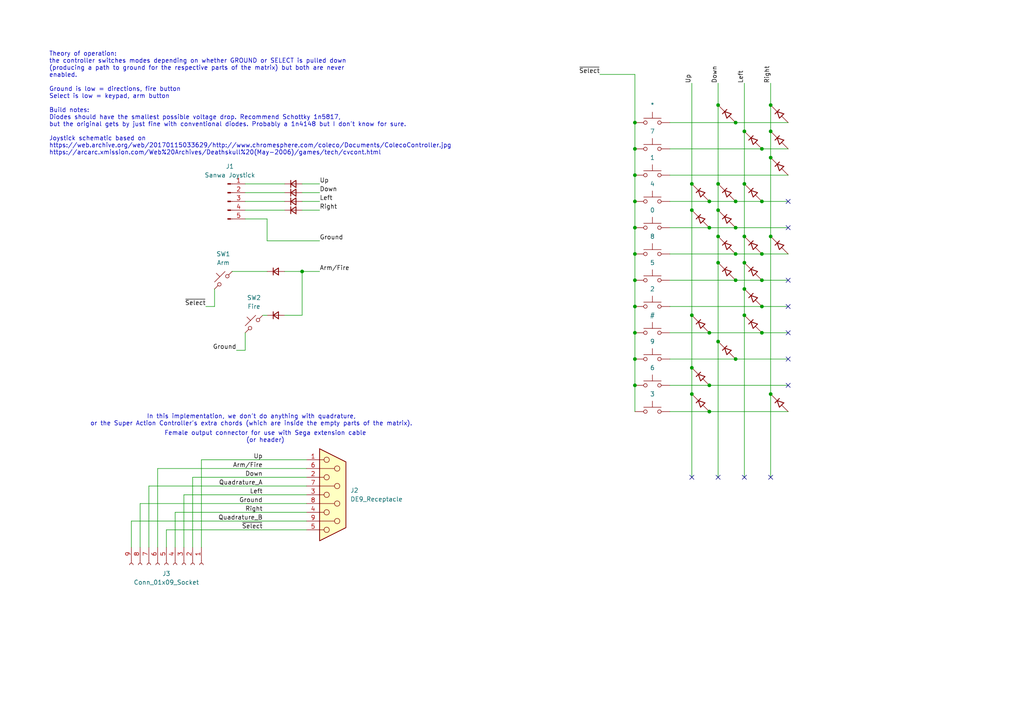
<source format=kicad_sch>
(kicad_sch (version 20231120) (generator "eeschema") (generator_version "8.0")
  (paper "A4")
  (lib_symbols
    (symbol "Connector:Conn_01x05_Pin" (pin_names (offset 1.016) hide)
      (property "Reference" "J" (at 0 7.62 0))
      (property "Value" "Conn_01x05_Pin" (at 0 -7.62 0))
      (symbol "Conn_01x05_Pin_1_1"
        (polyline (pts (xy 1.27 -5.08) (xy 0.8636 -5.08)) (stroke (width 0.1524)))
        (polyline (pts (xy 1.27 -2.54) (xy 0.8636 -2.54)) (stroke (width 0.1524)))
        (polyline (pts (xy 1.27 0) (xy 0.8636 0)) (stroke (width 0.1524)))
        (polyline (pts (xy 1.27 2.54) (xy 0.8636 2.54)) (stroke (width 0.1524)))
        (polyline (pts (xy 1.27 5.08) (xy 0.8636 5.08)) (stroke (width 0.1524)))
        (rectangle (start 0.8636 -4.953) (end 0 -5.207) (stroke (width 0.1524)) (fill (type outline)))
        (rectangle (start 0.8636 -2.413) (end 0 -2.667) (stroke (width 0.1524)) (fill (type outline)))
        (rectangle (start 0.8636 0.127) (end 0 -0.127) (stroke (width 0.1524)) (fill (type outline)))
        (rectangle (start 0.8636 2.667) (end 0 2.413) (stroke (width 0.1524)) (fill (type outline)))
        (rectangle (start 0.8636 5.207) (end 0 4.953) (stroke (width 0.1524)) (fill (type outline)))
        (pin passive line (at 5.08 5.08 180) (length 3.81) (name "Pin_1") (number "1"))
        (pin passive line (at 5.08 2.54 180) (length 3.81) (name "Pin_2") (number "2"))
        (pin passive line (at 5.08 0 180) (length 3.81) (name "Pin_3") (number "3"))
        (pin passive line (at 5.08 -2.54 180) (length 3.81) (name "Pin_4") (number "4"))
        (pin passive line (at 5.08 -5.08 180) (length 3.81) (name "Pin_5") (number "5"))
      )
    )
    (symbol "Connector:Conn_01x09_Socket" (pin_names (offset 1.016) hide)
      (property "Reference" "J" (at 0 12.7 0))
      (property "Value" "Conn_01x09_Socket" (at 0 -12.7 0))
      (symbol "Conn_01x09_Socket_1_1"
        (arc (start 0 -9.652) (mid -0.5058 -10.16) (end 0 -10.668) (stroke (width 0.1524)))
        (arc (start 0 -7.112) (mid -0.5058 -7.62) (end 0 -8.128) (stroke (width 0.1524)))
        (arc (start 0 -4.572) (mid -0.5058 -5.08) (end 0 -5.588) (stroke (width 0.1524)))
        (arc (start 0 -2.032) (mid -0.5058 -2.54) (end 0 -3.048) (stroke (width 0.1524)))
        (polyline (pts (xy -1.27 -10.16) (xy -0.508 -10.16)) (stroke (width 0.1524)))
        (polyline (pts (xy -1.27 -7.62) (xy -0.508 -7.62)) (stroke (width 0.1524)))
        (polyline (pts (xy -1.27 -5.08) (xy -0.508 -5.08)) (stroke (width 0.1524)))
        (polyline (pts (xy -1.27 -2.54) (xy -0.508 -2.54)) (stroke (width 0.1524)))
        (polyline (pts (xy -1.27 0) (xy -0.508 0)) (stroke (width 0.1524)))
        (polyline (pts (xy -1.27 2.54) (xy -0.508 2.54)) (stroke (width 0.1524)))
        (polyline (pts (xy -1.27 5.08) (xy -0.508 5.08)) (stroke (width 0.1524)))
        (polyline (pts (xy -1.27 7.62) (xy -0.508 7.62)) (stroke (width 0.1524)))
        (polyline (pts (xy -1.27 10.16) (xy -0.508 10.16)) (stroke (width 0.1524)))
        (arc (start 0 0.508) (mid -0.5058 0) (end 0 -0.508) (stroke (width 0.1524)))
        (arc (start 0 3.048) (mid -0.5058 2.54) (end 0 2.032) (stroke (width 0.1524)))
        (arc (start 0 5.588) (mid -0.5058 5.08) (end 0 4.572) (stroke (width 0.1524)))
        (arc (start 0 8.128) (mid -0.5058 7.62) (end 0 7.112) (stroke (width 0.1524)))
        (arc (start 0 10.668) (mid -0.5058 10.16) (end 0 9.652) (stroke (width 0.1524)))
        (pin passive line (at -5.08 10.16 0) (length 3.81) (name "Pin_1") (number "1"))
        (pin passive line (at -5.08 7.62 0) (length 3.81) (name "Pin_2") (number "2"))
        (pin passive line (at -5.08 5.08 0) (length 3.81) (name "Pin_3") (number "3"))
        (pin passive line (at -5.08 2.54 0) (length 3.81) (name "Pin_4") (number "4"))
        (pin passive line (at -5.08 0 0) (length 3.81) (name "Pin_5") (number "5"))
        (pin passive line (at -5.08 -2.54 0) (length 3.81) (name "Pin_6") (number "6"))
        (pin passive line (at -5.08 -5.08 0) (length 3.81) (name "Pin_7") (number "7"))
        (pin passive line (at -5.08 -7.62 0) (length 3.81) (name "Pin_8") (number "8"))
        (pin passive line (at -5.08 -10.16 0) (length 3.81) (name "Pin_9") (number "9"))
      )
    )
    (symbol "Connector:DE9_Receptacle" (pin_names (offset 1.016) hide)
      (property "Reference" "J" (at 0 13.97 0))
      (property "Value" "DE9_Receptacle" (at 0 -14.605 0))
      (symbol "DE9_Receptacle_0_1"
        (circle (center -1.778 -10.16) (radius 0.762))
        (circle (center -1.778 -5.08) (radius 0.762))
        (circle (center -1.778 0) (radius 0.762))
        (circle (center -1.778 5.08) (radius 0.762))
        (circle (center -1.778 10.16) (radius 0.762))
        (polyline (pts (xy -3.81 -10.16) (xy -2.54 -10.16)))
        (polyline (pts (xy -3.81 -7.62) (xy 0.508 -7.62)))
        (polyline (pts (xy -3.81 -5.08) (xy -2.54 -5.08)))
        (polyline (pts (xy -3.81 -2.54) (xy 0.508 -2.54)))
        (polyline (pts (xy -3.81 0) (xy -2.54 0)))
        (polyline (pts (xy -3.81 2.54) (xy 0.508 2.54)))
        (polyline (pts (xy -3.81 5.08) (xy -2.54 5.08)))
        (polyline (pts (xy -3.81 7.62) (xy 0.508 7.62)))
        (polyline (pts (xy -3.81 10.16) (xy -2.54 10.16)))
        (polyline (pts (xy -3.81 13.335) (xy -3.81 -13.335) (xy 3.81 -9.525) (xy 3.81 9.525) (xy -3.81 13.335)) (stroke (width 0.254)) (fill (type background)))
        (circle (center 1.27 -7.62) (radius 0.762))
        (circle (center 1.27 -2.54) (radius 0.762))
        (circle (center 1.27 2.54) (radius 0.762))
        (circle (center 1.27 7.62) (radius 0.762))
      )
      (symbol "DE9_Receptacle_1_1"
        (pin passive line (at -7.62 10.16 0) (length 3.81) (name "1") (number "1"))
        (pin passive line (at -7.62 5.08 0) (length 3.81) (name "2") (number "2"))
        (pin passive line (at -7.62 0 0) (length 3.81) (name "3") (number "3"))
        (pin passive line (at -7.62 -5.08 0) (length 3.81) (name "4") (number "4"))
        (pin passive line (at -7.62 -10.16 0) (length 3.81) (name "5") (number "5"))
        (pin passive line (at -7.62 7.62 0) (length 3.81) (name "6") (number "6"))
        (pin passive line (at -7.62 2.54 0) (length 3.81) (name "7") (number "7"))
        (pin passive line (at -7.62 -2.54 0) (length 3.81) (name "8") (number "8"))
        (pin passive line (at -7.62 -7.62 0) (length 3.81) (name "9") (number "9"))
      )
    )
    (symbol "Device:D_45deg" (pin_numbers hide) (pin_names (offset 0) hide)
      (property "Reference" "D" (at 1.27 2.54 0))
      (property "Value" "D_45deg" (at 1.27 0 0))
      (symbol "D_45deg_0_1"
        (polyline (pts (xy -0.635 0.635) (xy -2.54 2.54)))
        (polyline (pts (xy 0 -1.27) (xy 1.27 0)) (stroke (width 0.254)))
        (polyline (pts (xy 2.54 -2.54) (xy 0.635 -0.635)))
        (polyline (pts (xy -1.27 0) (xy 0 1.27) (xy 0.635 -0.635) (xy -1.27 0)) (stroke (width 0.254)))
      )
      (symbol "D_45deg_1_1"
        (pin passive line (at 2.54 -2.54 180) (length 0) (name "K") (number "1"))
        (pin passive line (at -2.54 2.54 0) (length 0) (name "A") (number "2"))
      )
    )
    (symbol "Device:D_Small" (pin_numbers hide) (pin_names (offset 0.254) hide)
      (property "Reference" "D" (at -1.27 2.032 0))
      (property "Value" "D_Small" (at -3.81 -2.032 0))
      (symbol "D_Small_0_1"
        (polyline (pts (xy -0.762 -1.016) (xy -0.762 1.016)) (stroke (width 0.254)))
        (polyline (pts (xy -0.762 0) (xy 0.762 0)))
        (polyline (pts (xy 0.762 -1.016) (xy -0.762 0) (xy 0.762 1.016) (xy 0.762 -1.016)) (stroke (width 0.254)))
      )
      (symbol "D_Small_1_1"
        (pin passive line (at -2.54 0 0) (length 1.778) (name "K") (number "1"))
        (pin passive line (at 2.54 0 180) (length 1.778) (name "A") (number "2"))
      )
    )
    (symbol "Switch:SW_Push" (pin_numbers hide) (pin_names (offset 1.016) hide)
      (property "Reference" "SW" (at 1.27 2.54 0))
      (property "Value" "SW_Push" (at 0 -1.524 0))
      (symbol "SW_Push_0_1"
        (circle (center -2.032 0) (radius 0.508))
        (polyline (pts (xy 0 1.27) (xy 0 3.048)))
        (polyline (pts (xy 2.54 1.27) (xy -2.54 1.27)))
        (circle (center 2.032 0) (radius 0.508))
        (pin passive line (at -5.08 0 0) (length 2.54) (name "1") (number "1"))
        (pin passive line (at 5.08 0 180) (length 2.54) (name "2") (number "2"))
      )
    )
    (symbol "Switch:SW_Push_45deg" (pin_numbers hide) (pin_names (offset 1.016) hide)
      (property "Reference" "SW" (at 3.048 1.016 0))
      (property "Value" "SW_Push_45deg" (at 0 -3.81 0))
      (symbol "SW_Push_45deg_0_1"
        (circle (center -1.1684 1.1684) (radius 0.508))
        (polyline (pts (xy -0.508 2.54) (xy 2.54 -0.508)))
        (polyline (pts (xy 1.016 1.016) (xy 2.032 2.032)))
        (polyline (pts (xy -2.54 2.54) (xy -1.524 1.524) (xy -1.524 1.524)))
        (polyline (pts (xy 1.524 -1.524) (xy 2.54 -2.54) (xy 2.54 -2.54) (xy 2.54 -2.54)))
        (circle (center 1.143 -1.1938) (radius 0.508))
        (pin passive line (at -2.54 2.54 0) (length 0) (name "1") (number "1"))
        (pin passive line (at 2.54 -2.54 180) (length 0) (name "2") (number "2"))
      )
    )
  )
  (junction (at 184.15 35.56))
  (junction (at 184.15 50.8))
  (junction (at 205.74 119.38))
  (junction (at 184.15 43.18))
  (junction (at 215.9 68.58))
  (junction (at 220.98 88.9))
  (junction (at 223.52 45.72))
  (junction (at 184.15 111.76))
  (junction (at 208.28 60.96))
  (junction (at 215.9 38.1))
  (junction (at 87.63 78.74))
  (junction (at 223.52 114.3))
  (junction (at 215.9 76.2))
  (junction (at 220.98 58.42))
  (junction (at 223.52 38.1))
  (junction (at 220.98 96.52))
  (junction (at 184.15 58.42))
  (junction (at 184.15 96.52))
  (junction (at 213.36 35.56))
  (junction (at 200.66 53.34))
  (junction (at 205.74 111.76))
  (junction (at 200.66 91.44))
  (junction (at 200.66 114.3))
  (junction (at 184.15 88.9))
  (junction (at 213.36 58.42))
  (junction (at 215.9 83.82))
  (junction (at 184.15 66.04))
  (junction (at 208.28 76.2))
  (junction (at 223.52 30.48))
  (junction (at 205.74 58.42))
  (junction (at 213.36 66.04))
  (junction (at 215.9 53.34))
  (junction (at 215.9 91.44))
  (junction (at 208.28 68.58))
  (junction (at 220.98 43.18))
  (junction (at 223.52 68.58))
  (junction (at 184.15 73.66))
  (junction (at 184.15 104.14))
  (junction (at 184.15 81.28))
  (junction (at 208.28 99.06))
  (junction (at 208.28 53.34))
  (junction (at 208.28 30.48))
  (junction (at 213.36 81.28))
  (junction (at 200.66 60.96))
  (junction (at 220.98 73.66))
  (junction (at 205.74 66.04))
  (junction (at 213.36 104.14))
  (junction (at 205.74 96.52))
  (junction (at 200.66 106.68))
  (junction (at 213.36 73.66))
  (junction (at 220.98 81.28))
  (no_connect (at 228.6 96.52))
  (no_connect (at 228.6 66.04))
  (no_connect (at 228.6 81.28))
  (no_connect (at 208.28 138.43))
  (no_connect (at 228.6 88.9))
  (no_connect (at 228.6 111.76))
  (no_connect (at 200.66 138.43))
  (no_connect (at 228.6 104.14))
  (no_connect (at 228.6 58.42))
  (no_connect (at 223.52 138.43))
  (no_connect (at 215.9 138.43))
  (wire (pts (xy 77.47 69.85) (xy 77.47 63.5)))
  (wire (pts (xy 87.63 60.96) (xy 92.71 60.96)))
  (wire (pts (xy 55.88 138.43) (xy 55.88 158.75)))
  (wire (pts (xy 184.15 21.59) (xy 184.15 35.56)))
  (wire (pts (xy 200.66 24.13) (xy 200.66 53.34)))
  (wire (pts (xy 58.42 133.35) (xy 58.42 158.75)))
  (wire (pts (xy 208.28 68.58) (xy 208.28 76.2)))
  (wire (pts (xy 194.31 58.42) (xy 205.74 58.42)))
  (wire (pts (xy 213.36 66.04) (xy 228.6 66.04)))
  (wire (pts (xy 213.36 73.66) (xy 220.98 73.66)))
  (wire (pts (xy 55.88 138.43) (xy 88.9 138.43)))
  (wire (pts (xy 88.9 151.13) (xy 38.1 151.13)))
  (wire (pts (xy 194.31 88.9) (xy 220.98 88.9)))
  (wire (pts (xy 88.9 140.97) (xy 43.18 140.97)))
  (wire (pts (xy 184.15 43.18) (xy 184.15 50.8)))
  (wire (pts (xy 223.52 38.1) (xy 223.52 45.72)))
  (wire (pts (xy 184.15 73.66) (xy 184.15 81.28)))
  (wire (pts (xy 68.58 101.6) (xy 71.12 101.6)))
  (wire (pts (xy 213.36 58.42) (xy 220.98 58.42)))
  (wire (pts (xy 220.98 43.18) (xy 228.6 43.18)))
  (wire (pts (xy 67.31 78.74) (xy 77.47 78.74)))
  (wire (pts (xy 62.23 88.9) (xy 62.23 83.82)))
  (wire (pts (xy 200.66 53.34) (xy 200.66 60.96)))
  (wire (pts (xy 194.31 119.38) (xy 205.74 119.38)))
  (wire (pts (xy 215.9 24.13) (xy 215.9 38.1)))
  (wire (pts (xy 223.52 24.13) (xy 223.52 30.48)))
  (wire (pts (xy 71.12 53.34) (xy 82.55 53.34)))
  (wire (pts (xy 205.74 96.52) (xy 220.98 96.52)))
  (wire (pts (xy 82.55 78.74) (xy 87.63 78.74)))
  (wire (pts (xy 215.9 91.44) (xy 215.9 138.43)))
  (wire (pts (xy 205.74 66.04) (xy 213.36 66.04)))
  (wire (pts (xy 208.28 53.34) (xy 208.28 60.96)))
  (wire (pts (xy 184.15 111.76) (xy 184.15 119.38)))
  (wire (pts (xy 38.1 151.13) (xy 38.1 158.75)))
  (wire (pts (xy 77.47 63.5) (xy 71.12 63.5)))
  (wire (pts (xy 76.2 91.44) (xy 77.47 91.44)))
  (wire (pts (xy 200.66 91.44) (xy 200.66 106.68)))
  (wire (pts (xy 40.64 146.05) (xy 40.64 158.75)))
  (wire (pts (xy 208.28 24.13) (xy 208.28 30.48)))
  (wire (pts (xy 215.9 38.1) (xy 215.9 53.34)))
  (wire (pts (xy 173.99 21.59) (xy 184.15 21.59)))
  (wire (pts (xy 194.31 35.56) (xy 213.36 35.56)))
  (wire (pts (xy 223.52 114.3) (xy 223.52 138.43)))
  (wire (pts (xy 40.64 146.05) (xy 88.9 146.05)))
  (wire (pts (xy 48.26 153.67) (xy 88.9 153.67)))
  (wire (pts (xy 200.66 60.96) (xy 200.66 91.44)))
  (wire (pts (xy 82.55 91.44) (xy 87.63 91.44)))
  (wire (pts (xy 184.15 35.56) (xy 184.15 43.18)))
  (wire (pts (xy 200.66 106.68) (xy 200.66 114.3)))
  (wire (pts (xy 71.12 60.96) (xy 82.55 60.96)))
  (wire (pts (xy 184.15 104.14) (xy 184.15 111.76)))
  (wire (pts (xy 53.34 143.51) (xy 88.9 143.51)))
  (wire (pts (xy 194.31 81.28) (xy 213.36 81.28)))
  (wire (pts (xy 220.98 88.9) (xy 228.6 88.9)))
  (wire (pts (xy 220.98 96.52) (xy 228.6 96.52)))
  (wire (pts (xy 50.8 148.59) (xy 88.9 148.59)))
  (wire (pts (xy 53.34 143.51) (xy 53.34 158.75)))
  (wire (pts (xy 223.52 45.72) (xy 223.52 68.58)))
  (wire (pts (xy 208.28 76.2) (xy 208.28 99.06)))
  (wire (pts (xy 213.36 35.56) (xy 228.6 35.56)))
  (wire (pts (xy 184.15 50.8) (xy 184.15 58.42)))
  (wire (pts (xy 208.28 30.48) (xy 208.28 53.34)))
  (wire (pts (xy 194.31 104.14) (xy 213.36 104.14)))
  (wire (pts (xy 71.12 55.88) (xy 82.55 55.88)))
  (wire (pts (xy 194.31 50.8) (xy 228.6 50.8)))
  (wire (pts (xy 184.15 88.9) (xy 184.15 96.52)))
  (wire (pts (xy 200.66 114.3) (xy 200.66 138.43)))
  (wire (pts (xy 205.74 58.42) (xy 213.36 58.42)))
  (wire (pts (xy 45.72 135.89) (xy 88.9 135.89)))
  (wire (pts (xy 71.12 58.42) (xy 82.55 58.42)))
  (wire (pts (xy 48.26 153.67) (xy 48.26 158.75)))
  (wire (pts (xy 208.28 99.06) (xy 208.28 138.43)))
  (wire (pts (xy 184.15 58.42) (xy 184.15 66.04)))
  (wire (pts (xy 215.9 76.2) (xy 215.9 83.82)))
  (wire (pts (xy 71.12 101.6) (xy 71.12 96.52)))
  (wire (pts (xy 205.74 119.38) (xy 228.6 119.38)))
  (wire (pts (xy 213.36 104.14) (xy 228.6 104.14)))
  (wire (pts (xy 87.63 58.42) (xy 92.71 58.42)))
  (wire (pts (xy 87.63 53.34) (xy 92.71 53.34)))
  (wire (pts (xy 194.31 73.66) (xy 213.36 73.66)))
  (wire (pts (xy 223.52 30.48) (xy 223.52 38.1)))
  (wire (pts (xy 194.31 43.18) (xy 220.98 43.18)))
  (wire (pts (xy 215.9 83.82) (xy 215.9 91.44)))
  (wire (pts (xy 215.9 53.34) (xy 215.9 68.58)))
  (wire (pts (xy 45.72 135.89) (xy 45.72 158.75)))
  (wire (pts (xy 223.52 68.58) (xy 223.52 114.3)))
  (wire (pts (xy 215.9 68.58) (xy 215.9 76.2)))
  (wire (pts (xy 77.47 69.85) (xy 92.71 69.85)))
  (wire (pts (xy 205.74 111.76) (xy 228.6 111.76)))
  (wire (pts (xy 184.15 66.04) (xy 184.15 73.66)))
  (wire (pts (xy 208.28 60.96) (xy 208.28 68.58)))
  (wire (pts (xy 194.31 111.76) (xy 205.74 111.76)))
  (wire (pts (xy 213.36 81.28) (xy 220.98 81.28)))
  (wire (pts (xy 194.31 96.52) (xy 205.74 96.52)))
  (wire (pts (xy 184.15 81.28) (xy 184.15 88.9)))
  (wire (pts (xy 220.98 81.28) (xy 228.6 81.28)))
  (wire (pts (xy 220.98 73.66) (xy 228.6 73.66)))
  (wire (pts (xy 59.69 88.9) (xy 62.23 88.9)))
  (wire (pts (xy 220.98 58.42) (xy 228.6 58.42)))
  (wire (pts (xy 87.63 91.44) (xy 87.63 78.74)))
  (wire (pts (xy 184.15 96.52) (xy 184.15 104.14)))
  (wire (pts (xy 87.63 55.88) (xy 92.71 55.88)))
  (wire (pts (xy 194.31 66.04) (xy 205.74 66.04)))
  (wire (pts (xy 87.63 78.74) (xy 92.71 78.74)))
  (wire (pts (xy 43.18 140.97) (xy 43.18 158.75)))
  (wire (pts (xy 58.42 133.35) (xy 88.9 133.35)))
  (wire (pts (xy 50.8 148.59) (xy 50.8 158.75)))
  (text "Theory of operation:\nthe controller switches modes depending on whether GROUND or SELECT is pulled down\n(producing a path to ground for the respective parts of the matrix) but both are never\nenabled.\n\nGround is low = directions, fire button\nSelect is low = keypad, arm button\n\nBuild notes:\nDiodes should have the smallest possible voltage drop. Recommend Schottky 1n5817,\nbut the original gets by just fine with conventional diodes. Probably a 1n4148 but I don't know for sure.\n\nJoystick schematic based on \nhttps://web.archive.org/web/20170115033629/http://www.chromesphere.com/coleco/Documents/ColecoController.jpg\nhttps://arcarc.xmission.com/Web%20Archives/Deathskull%20(May-2006)/games/tech/cvcont.html" (at 14.224 14.986 0) (effects (font (size 1.27 1.27)) (justify left top)))
  (text "Female output connector for use with Sega extension cable\n(or header)" (at 76.962 126.746 0) (effects (font (size 1.27 1.27))))
  (text "In this implementation, we don't do anything with quadrature,\nor the Super Action Controller's extra chords (which are inside the empty parts of the matrix)." (at 72.898 121.92 0) (effects (font (size 1.27 1.27))))
  (label "Down" (at 76.2 138.43 180))
  (label "Up" (at 200.66 24.13 90))
  (label "Ground" (at 76.2 146.05 180))
  (label "~{Select}" (at 173.99 21.59 180))
  (label "Up" (at 92.71 53.34 0))
  (label "Left" (at 215.9 24.13 90))
  (label "~{Select}" (at 59.69 88.9 180))
  (label "Left" (at 76.2 143.51 180))
  (label "Left" (at 92.71 58.42 0))
  (label "Quadrature_A" (at 76.2 140.97 180))
  (label "Arm{slash}Fire" (at 92.71 78.74 0))
  (label "Ground" (at 68.58 101.6 180))
  (label "Down" (at 92.71 55.88 0))
  (label "Arm{slash}Fire" (at 76.2 135.89 180))
  (label "Right" (at 76.2 148.59 180))
  (label "Down" (at 208.28 24.13 90))
  (label "Quadrature_B" (at 76.2 151.13 180))
  (label "Right" (at 92.71 60.96 0))
  (label "~{Select}" (at 76.2 153.67 180))
  (label "Up" (at 76.2 133.35 180))
  (label "Ground" (at 92.71 69.85 0))
  (label "Right" (at 223.52 24.13 90))
  (symbol (lib_id "Device:D_45deg") (at 210.82 55.88 180) (unit 1)
    (property "Reference" "D13" (effects (hide yes)))
    (property "Value" "D_45deg" (effects (hide yes)))
    (property "Footprint" "Diode_THT:D_DO-41_SOD81_P10.16mm_Horizontal" (effects (hide yes)))
    (property "Description" "Diode, rotated by 45°" (effects (hide yes)))
    (property "Sim.Device" "D" (effects (hide yes)))
    (property "Sim.Pins" "1=K 2=A" (effects (hide yes)))
  )
  (symbol (lib_id "Device:D_45deg") (at 218.44 93.98 180) (unit 1)
    (property "Reference" "D24" (effects (hide yes)))
    (property "Value" "D_45deg" (effects (hide yes)))
    (property "Footprint" "Diode_THT:D_DO-41_SOD81_P10.16mm_Horizontal" (effects (hide yes)))
    (property "Description" "Diode, rotated by 45°" (effects (hide yes)))
    (property "Sim.Device" "D" (effects (hide yes)))
    (property "Sim.Pins" "1=K 2=A" (effects (hide yes)))
  )
  (symbol (lib_id "Device:D_Small") (at 85.09 58.42 0) (unit 1)
    (property "Reference" "D3" (effects (hide yes)))
    (property "Value" "D_Small" (effects (hide yes)))
    (property "Footprint" "Diode_THT:D_DO-41_SOD81_P10.16mm_Horizontal" (effects (hide yes)))
    (property "Description" "Diode, small symbol" (effects (hide yes)))
    (property "Sim.Device" "D" (effects (hide yes)))
    (property "Sim.Pins" "1=K 2=A" (effects (hide yes)))
  )
  (symbol (lib_id "Device:D_45deg") (at 210.82 63.5 180) (unit 1)
    (property "Reference" "D16" (effects (hide yes)))
    (property "Value" "D_45deg" (effects (hide yes)))
    (property "Footprint" "Diode_THT:D_DO-41_SOD81_P10.16mm_Horizontal" (effects (hide yes)))
    (property "Description" "Diode, rotated by 45°" (effects (hide yes)))
    (property "Sim.Device" "D" (effects (hide yes)))
    (property "Sim.Pins" "1=K 2=A" (effects (hide yes)))
  )
  (symbol (lib_id "Device:D_45deg") (at 226.06 71.12 180) (unit 1)
    (property "Reference" "D19" (effects (hide yes)))
    (property "Value" "D_45deg" (effects (hide yes)))
    (property "Footprint" "Diode_THT:D_DO-41_SOD81_P10.16mm_Horizontal" (effects (hide yes)))
    (property "Description" "Diode, rotated by 45°" (effects (hide yes)))
    (property "Sim.Device" "D" (effects (hide yes)))
    (property "Sim.Pins" "1=K 2=A" (effects (hide yes)))
  )
  (symbol (lib_id "Device:D_45deg") (at 226.06 40.64 180) (unit 1)
    (property "Reference" "D10" (effects (hide yes)))
    (property "Value" "D_45deg" (effects (hide yes)))
    (property "Footprint" "Diode_THT:D_DO-41_SOD81_P10.16mm_Horizontal" (effects (hide yes)))
    (property "Description" "Diode, rotated by 45°" (effects (hide yes)))
    (property "Sim.Device" "D" (effects (hide yes)))
    (property "Sim.Pins" "1=K 2=A" (effects (hide yes)))
  )
  (symbol (lib_id "Device:D_45deg") (at 226.06 33.02 180) (unit 1)
    (property "Reference" "D8" (effects (hide yes)))
    (property "Value" "D_45deg" (effects (hide yes)))
    (property "Footprint" "Diode_THT:D_DO-41_SOD81_P10.16mm_Horizontal" (effects (hide yes)))
    (property "Description" "Diode, rotated by 45°" (effects (hide yes)))
    (property "Sim.Device" "D" (effects (hide yes)))
    (property "Sim.Pins" "1=K 2=A" (effects (hide yes)))
  )
  (symbol (lib_id "Device:D_Small") (at 85.09 55.88 0) (unit 1)
    (property "Reference" "D2" (effects (hide yes)))
    (property "Value" "D_Small" (effects (hide yes)))
    (property "Footprint" "Diode_THT:D_DO-41_SOD81_P10.16mm_Horizontal" (effects (hide yes)))
    (property "Description" "Diode, small symbol" (effects (hide yes)))
    (property "Sim.Device" "D" (effects (hide yes)))
    (property "Sim.Pins" "1=K 2=A" (effects (hide yes)))
  )
  (symbol (lib_id "Device:D_45deg") (at 218.44 78.74 180) (unit 1)
    (property "Reference" "D21" (effects (hide yes)))
    (property "Value" "D_45deg" (effects (hide yes)))
    (property "Footprint" "Diode_THT:D_DO-41_SOD81_P10.16mm_Horizontal" (effects (hide yes)))
    (property "Description" "Diode, rotated by 45°" (effects (hide yes)))
    (property "Sim.Device" "D" (effects (hide yes)))
    (property "Sim.Pins" "1=K 2=A" (effects (hide yes)))
  )
  (symbol (lib_id "Device:D_45deg") (at 210.82 33.02 180) (unit 1)
    (property "Reference" "D7" (effects (hide yes)))
    (property "Value" "D_45deg" (effects (hide yes)))
    (property "Footprint" "Diode_THT:D_DO-41_SOD81_P10.16mm_Horizontal" (effects (hide yes)))
    (property "Description" "Diode, rotated by 45°" (effects (hide yes)))
    (property "Sim.Device" "D" (effects (hide yes)))
    (property "Sim.Pins" "1=K 2=A" (effects (hide yes)))
  )
  (symbol (lib_id "Switch:SW_Push_45deg") (at 73.66 93.98 0) (mirror y) (unit 1)
    (property "Reference" "SW2" (at 73.66 86.36 0))
    (property "Value" "Fire" (at 73.66 88.9 0))
    (property "Footprint" "Connector_PinHeader_2.54mm:PinHeader_1x02_P2.54mm_Vertical" (effects (hide yes)))
    (property "Description" "Push button switch, normally open, two pins, 45° tilted" (effects (hide yes)))
  )
  (symbol (lib_id "Switch:SW_Push") (at 189.23 81.28 0) (unit 1)
    (property "Reference" "SW9" (effects (hide yes)))
    (property "Value" "5" (at 189.23 76.2 0))
    (property "Footprint" "Connector_PinHeader_2.54mm:PinHeader_1x02_P2.54mm_Vertical" (effects (hide yes)))
    (property "Description" "Push button switch, generic, two pins" (effects (hide yes)))
  )
  (symbol (lib_id "Switch:SW_Push") (at 189.23 73.66 0) (unit 1)
    (property "Reference" "SW8" (effects (hide yes)))
    (property "Value" "8" (at 189.23 68.58 0))
    (property "Footprint" "Connector_PinHeader_2.54mm:PinHeader_1x02_P2.54mm_Vertical" (effects (hide yes)))
    (property "Description" "Push button switch, generic, two pins" (effects (hide yes)))
  )
  (symbol (lib_id "Connector:Conn_01x05_Pin") (at 66.04 58.42 0) (unit 1)
    (property "Reference" "J1" (at 66.675 48.26 0))
    (property "Value" "Sanwa Joystick" (at 66.675 50.8 0))
    (property "Footprint" "Connector_PinHeader_2.54mm:PinHeader_1x05_P2.54mm_Vertical" (effects (hide yes)))
    (property "Description" "Generic connector, single row, 01x05, script generated" (effects (hide yes)))
  )
  (symbol (lib_id "Device:D_45deg") (at 218.44 40.64 180) (unit 1)
    (property "Reference" "D9" (effects (hide yes)))
    (property "Value" "D_45deg" (effects (hide yes)))
    (property "Footprint" "Diode_THT:D_DO-41_SOD81_P10.16mm_Horizontal" (effects (hide yes)))
    (property "Description" "Diode, rotated by 45°" (effects (hide yes)))
    (property "Sim.Device" "D" (effects (hide yes)))
    (property "Sim.Pins" "1=K 2=A" (effects (hide yes)))
  )
  (symbol (lib_id "Switch:SW_Push") (at 189.23 119.38 0) (unit 1)
    (property "Reference" "SW14" (effects (hide yes)))
    (property "Value" "3" (at 189.23 114.3 0))
    (property "Footprint" "Connector_PinHeader_2.54mm:PinHeader_1x02_P2.54mm_Vertical" (effects (hide yes)))
    (property "Description" "Push button switch, generic, two pins" (effects (hide yes)))
  )
  (symbol (lib_id "Switch:SW_Push") (at 189.23 96.52 0) (unit 1)
    (property "Reference" "SW11" (effects (hide yes)))
    (property "Value" "#" (at 189.23 91.44 0))
    (property "Footprint" "Connector_PinHeader_2.54mm:PinHeader_1x02_P2.54mm_Vertical" (effects (hide yes)))
    (property "Description" "Push button switch, generic, two pins" (effects (hide yes)))
  )
  (symbol (lib_id "Connector:DE9_Receptacle") (at 96.52 143.51 0) (unit 1)
    (property "Reference" "J2" (at 101.6 142.2399 0) (effects (justify left)))
    (property "Value" "DE9_Receptacle" (at 101.6 144.7799 0) (effects (justify left)))
    (property "Footprint" "Connector_Dsub:DSUB-9_Female_Horizontal_P2.77x2.84mm_EdgePinOffset7.70mm_Housed_MountingHolesOffset9.12mm" (effects (hide yes)))
    (property "Description" "9-pin female receptacle socket D-SUB connector" (effects (hide yes)))
  )
  (symbol (lib_id "Device:D_Small") (at 80.01 78.74 0) (unit 1)
    (property "Reference" "D5" (effects (hide yes)))
    (property "Value" "D_Small" (effects (hide yes)))
    (property "Footprint" "Diode_THT:D_DO-41_SOD81_P10.16mm_Horizontal" (effects (hide yes)))
    (property "Description" "Diode, small symbol" (effects (hide yes)))
    (property "Sim.Device" "D" (effects (hide yes)))
    (property "Sim.Pins" "1=K 2=A" (effects (hide yes)))
  )
  (symbol (lib_id "Device:D_45deg") (at 203.2 109.22 180) (unit 1)
    (property "Reference" "D26" (effects (hide yes)))
    (property "Value" "D_45deg" (effects (hide yes)))
    (property "Footprint" "Diode_THT:D_DO-41_SOD81_P10.16mm_Horizontal" (effects (hide yes)))
    (property "Description" "Diode, rotated by 45°" (effects (hide yes)))
    (property "Sim.Device" "D" (effects (hide yes)))
    (property "Sim.Pins" "1=K 2=A" (effects (hide yes)))
  )
  (symbol (lib_id "Device:D_45deg") (at 226.06 116.84 180) (unit 1)
    (property "Reference" "D28" (effects (hide yes)))
    (property "Value" "D_45deg" (effects (hide yes)))
    (property "Footprint" "Diode_THT:D_DO-41_SOD81_P10.16mm_Horizontal" (effects (hide yes)))
    (property "Description" "Diode, rotated by 45°" (effects (hide yes)))
    (property "Sim.Device" "D" (effects (hide yes)))
    (property "Sim.Pins" "1=K 2=A" (effects (hide yes)))
  )
  (symbol (lib_id "Device:D_45deg") (at 218.44 71.12 180) (unit 1)
    (property "Reference" "D18" (effects (hide yes)))
    (property "Value" "D_45deg" (effects (hide yes)))
    (property "Footprint" "Diode_THT:D_DO-41_SOD81_P10.16mm_Horizontal" (effects (hide yes)))
    (property "Description" "Diode, rotated by 45°" (effects (hide yes)))
    (property "Sim.Device" "D" (effects (hide yes)))
    (property "Sim.Pins" "1=K 2=A" (effects (hide yes)))
  )
  (symbol (lib_id "Connector:Conn_01x09_Socket") (at 48.26 163.83 270) (unit 1)
    (property "Reference" "J3" (at 48.26 166.37 90))
    (property "Value" "Conn_01x09_Socket" (at 48.26 168.91 90))
    (property "Footprint" "Connector_PinHeader_2.54mm:PinHeader_1x09_P2.54mm_Vertical" (effects (hide yes)))
    (property "Description" "Generic connector, single row, 01x09, script generated" (effects (hide yes)))
  )
  (symbol (lib_id "Device:D_45deg") (at 210.82 71.12 180) (unit 1)
    (property "Reference" "D17" (effects (hide yes)))
    (property "Value" "D_45deg" (effects (hide yes)))
    (property "Footprint" "Diode_THT:D_DO-41_SOD81_P10.16mm_Horizontal" (effects (hide yes)))
    (property "Description" "Diode, rotated by 45°" (effects (hide yes)))
    (property "Sim.Device" "D" (effects (hide yes)))
    (property "Sim.Pins" "1=K 2=A" (effects (hide yes)))
  )
  (symbol (lib_id "Device:D_45deg") (at 218.44 86.36 180) (unit 1)
    (property "Reference" "D22" (effects (hide yes)))
    (property "Value" "D_45deg" (effects (hide yes)))
    (property "Footprint" "Diode_THT:D_DO-41_SOD81_P10.16mm_Horizontal" (effects (hide yes)))
    (property "Description" "Diode, rotated by 45°" (effects (hide yes)))
    (property "Sim.Device" "D" (effects (hide yes)))
    (property "Sim.Pins" "1=K 2=A" (effects (hide yes)))
  )
  (symbol (lib_id "Switch:SW_Push") (at 189.23 111.76 0) (unit 1)
    (property "Reference" "SW13" (effects (hide yes)))
    (property "Value" "6" (at 189.23 106.68 0))
    (property "Footprint" "Connector_PinHeader_2.54mm:PinHeader_1x02_P2.54mm_Vertical" (effects (hide yes)))
    (property "Description" "Push button switch, generic, two pins" (effects (hide yes)))
  )
  (symbol (lib_id "Device:D_45deg") (at 218.44 55.88 180) (unit 1)
    (property "Reference" "D14" (effects (hide yes)))
    (property "Value" "D_45deg" (effects (hide yes)))
    (property "Footprint" "Diode_THT:D_DO-41_SOD81_P10.16mm_Horizontal" (effects (hide yes)))
    (property "Description" "Diode, rotated by 45°" (effects (hide yes)))
    (property "Sim.Device" "D" (effects (hide yes)))
    (property "Sim.Pins" "1=K 2=A" (effects (hide yes)))
  )
  (symbol (lib_id "Switch:SW_Push") (at 189.23 58.42 0) (unit 1)
    (property "Reference" "SW6" (effects (hide yes)))
    (property "Value" "4" (at 189.23 53.34 0))
    (property "Footprint" "Connector_PinHeader_2.54mm:PinHeader_1x02_P2.54mm_Vertical" (effects (hide yes)))
    (property "Description" "Push button switch, generic, two pins" (effects (hide yes)))
  )
  (symbol (lib_id "Switch:SW_Push") (at 189.23 66.04 0) (unit 1)
    (property "Reference" "SW7" (effects (hide yes)))
    (property "Value" "0" (at 189.23 60.96 0))
    (property "Footprint" "Connector_PinHeader_2.54mm:PinHeader_1x02_P2.54mm_Vertical" (effects (hide yes)))
    (property "Description" "Push button switch, generic, two pins" (effects (hide yes)))
  )
  (symbol (lib_id "Device:D_45deg") (at 210.82 78.74 180) (unit 1)
    (property "Reference" "D20" (effects (hide yes)))
    (property "Value" "D_45deg" (effects (hide yes)))
    (property "Footprint" "Diode_THT:D_DO-41_SOD81_P10.16mm_Horizontal" (effects (hide yes)))
    (property "Description" "Diode, rotated by 45°" (effects (hide yes)))
    (property "Sim.Device" "D" (effects (hide yes)))
    (property "Sim.Pins" "1=K 2=A" (effects (hide yes)))
  )
  (symbol (lib_id "Device:D_Small") (at 85.09 60.96 0) (unit 1)
    (property "Reference" "D4" (effects (hide yes)))
    (property "Value" "D_Small" (effects (hide yes)))
    (property "Footprint" "Diode_THT:D_DO-41_SOD81_P10.16mm_Horizontal" (effects (hide yes)))
    (property "Description" "Diode, small symbol" (effects (hide yes)))
    (property "Sim.Device" "D" (effects (hide yes)))
    (property "Sim.Pins" "1=K 2=A" (effects (hide yes)))
  )
  (symbol (lib_id "Device:D_45deg") (at 226.06 48.26 180) (unit 1)
    (property "Reference" "D11" (effects (hide yes)))
    (property "Value" "D_45deg" (effects (hide yes)))
    (property "Footprint" "Diode_THT:D_DO-41_SOD81_P10.16mm_Horizontal" (effects (hide yes)))
    (property "Description" "Diode, rotated by 45°" (effects (hide yes)))
    (property "Sim.Device" "D" (effects (hide yes)))
    (property "Sim.Pins" "1=K 2=A" (effects (hide yes)))
  )
  (symbol (lib_id "Switch:SW_Push_45deg") (at 64.77 81.28 0) (mirror y) (unit 1)
    (property "Reference" "SW1" (at 64.77 73.66 0))
    (property "Value" "Arm" (at 64.77 76.2 0))
    (property "Footprint" "Connector_PinHeader_2.54mm:PinHeader_1x02_P2.54mm_Vertical" (effects (hide yes)))
    (property "Description" "Push button switch, normally open, two pins, 45° tilted" (effects (hide yes)))
  )
  (symbol (lib_id "Device:D_45deg") (at 203.2 116.84 180) (unit 1)
    (property "Reference" "D27" (effects (hide yes)))
    (property "Value" "D_45deg" (effects (hide yes)))
    (property "Footprint" "Diode_THT:D_DO-41_SOD81_P10.16mm_Horizontal" (effects (hide yes)))
    (property "Description" "Diode, rotated by 45°" (effects (hide yes)))
    (property "Sim.Device" "D" (effects (hide yes)))
    (property "Sim.Pins" "1=K 2=A" (effects (hide yes)))
  )
  (symbol (lib_id "Device:D_Small") (at 80.01 91.44 0) (unit 1)
    (property "Reference" "D6" (effects (hide yes)))
    (property "Value" "D_Small" (effects (hide yes)))
    (property "Footprint" "Diode_THT:D_DO-41_SOD81_P10.16mm_Horizontal" (effects (hide yes)))
    (property "Description" "Diode, small symbol" (effects (hide yes)))
    (property "Sim.Device" "D" (effects (hide yes)))
    (property "Sim.Pins" "1=K 2=A" (effects (hide yes)))
  )
  (symbol (lib_id "Device:D_Small") (at 85.09 53.34 0) (unit 1)
    (property "Reference" "D1" (effects (hide yes)))
    (property "Value" "D_Small" (effects (hide yes)))
    (property "Footprint" "Diode_THT:D_DO-41_SOD81_P10.16mm_Horizontal" (effects (hide yes)))
    (property "Description" "Diode, small symbol" (effects (hide yes)))
    (property "Sim.Device" "D" (effects (hide yes)))
    (property "Sim.Pins" "1=K 2=A" (effects (hide yes)))
  )
  (symbol (lib_id "Device:D_45deg") (at 210.82 101.6 180) (unit 1)
    (property "Reference" "D25" (effects (hide yes)))
    (property "Value" "D_45deg" (effects (hide yes)))
    (property "Footprint" "Diode_THT:D_DO-41_SOD81_P10.16mm_Horizontal" (effects (hide yes)))
    (property "Description" "Diode, rotated by 45°" (effects (hide yes)))
    (property "Sim.Device" "D" (effects (hide yes)))
    (property "Sim.Pins" "1=K 2=A" (effects (hide yes)))
  )
  (symbol (lib_id "Switch:SW_Push") (at 189.23 43.18 0) (unit 1)
    (property "Reference" "SW4" (effects (hide yes)))
    (property "Value" "7" (at 189.23 38.1 0))
    (property "Footprint" "Connector_PinHeader_2.54mm:PinHeader_1x02_P2.54mm_Vertical" (effects (hide yes)))
    (property "Description" "Push button switch, generic, two pins" (effects (hide yes)))
  )
  (symbol (lib_id "Switch:SW_Push") (at 189.23 88.9 0) (unit 1)
    (property "Reference" "SW10" (effects (hide yes)))
    (property "Value" "2" (at 189.23 83.82 0))
    (property "Footprint" "Connector_PinHeader_2.54mm:PinHeader_1x02_P2.54mm_Vertical" (effects (hide yes)))
    (property "Description" "Push button switch, generic, two pins" (effects (hide yes)))
  )
  (symbol (lib_id "Device:D_45deg") (at 203.2 63.5 180) (unit 1)
    (property "Reference" "D15" (effects (hide yes)))
    (property "Value" "D_45deg" (effects (hide yes)))
    (property "Footprint" "Diode_THT:D_DO-41_SOD81_P10.16mm_Horizontal" (effects (hide yes)))
    (property "Description" "Diode, rotated by 45°" (effects (hide yes)))
    (property "Sim.Device" "D" (effects (hide yes)))
    (property "Sim.Pins" "1=K 2=A" (effects (hide yes)))
  )
  (symbol (lib_id "Device:D_45deg") (at 203.2 93.98 180) (unit 1)
    (property "Reference" "D23" (effects (hide yes)))
    (property "Value" "D_45deg" (effects (hide yes)))
    (property "Footprint" "Diode_THT:D_DO-41_SOD81_P10.16mm_Horizontal" (effects (hide yes)))
    (property "Description" "Diode, rotated by 45°" (effects (hide yes)))
    (property "Sim.Device" "D" (effects (hide yes)))
    (property "Sim.Pins" "1=K 2=A" (effects (hide yes)))
  )
  (symbol (lib_id "Switch:SW_Push") (at 189.23 104.14 0) (unit 1)
    (property "Reference" "SW12" (effects (hide yes)))
    (property "Value" "9" (at 189.23 99.06 0))
    (property "Footprint" "Connector_PinHeader_2.54mm:PinHeader_1x02_P2.54mm_Vertical" (effects (hide yes)))
    (property "Description" "Push button switch, generic, two pins" (effects (hide yes)))
  )
  (symbol (lib_id "Switch:SW_Push") (at 189.23 35.56 0) (unit 1)
    (property "Reference" "SW3" (effects (hide yes)))
    (property "Value" "*" (at 189.23 30.48 0))
    (property "Footprint" "Connector_PinHeader_2.54mm:PinHeader_1x02_P2.54mm_Vertical" (effects (hide yes)))
    (property "Description" "Push button switch, generic, two pins" (effects (hide yes)))
  )
  (symbol (lib_id "Device:D_45deg") (at 203.2 55.88 180) (unit 1)
    (property "Reference" "D12" (effects (hide yes)))
    (property "Value" "D_45deg" (effects (hide yes)))
    (property "Footprint" "Diode_THT:D_DO-41_SOD81_P10.16mm_Horizontal" (effects (hide yes)))
    (property "Description" "Diode, rotated by 45°" (effects (hide yes)))
    (property "Sim.Device" "D" (effects (hide yes)))
    (property "Sim.Pins" "1=K 2=A" (effects (hide yes)))
  )
  (symbol (lib_id "Switch:SW_Push") (at 189.23 50.8 0) (unit 1)
    (property "Reference" "SW5" (effects (hide yes)))
    (property "Value" "1" (at 189.23 45.72 0))
    (property "Footprint" "Connector_PinHeader_2.54mm:PinHeader_1x02_P2.54mm_Vertical" (effects (hide yes)))
    (property "Description" "Push button switch, generic, two pins" (effects (hide yes)))
  )
)
</source>
